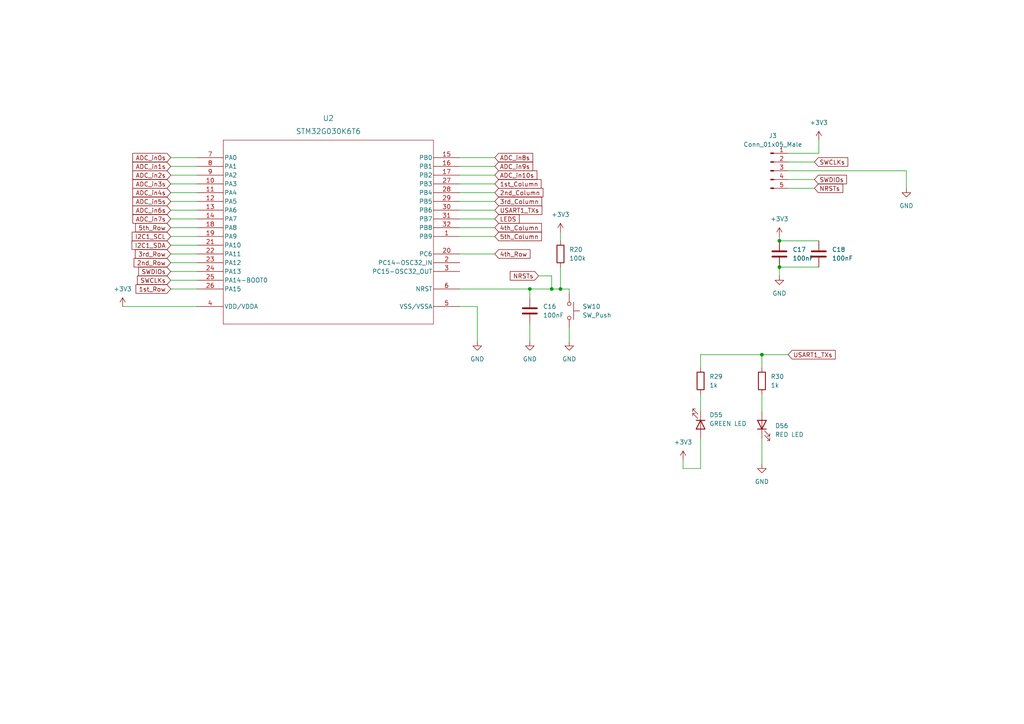
<source format=kicad_sch>
(kicad_sch (version 20211123) (generator eeschema)
  (paper "A4")
  (lib_symbols
    (symbol "2023-04-19_13-34-55:STM32G030K6T6" (pin_names (offset 0.254))
      (property "Reference" "U" (at 38.1 10.16 0))
      (property "Value" "STM32G030K6T6" (at 38.1 7.62 0))
      (symbol "STM32G030K6T6_0_1"
        (polyline (pts (xy 7.62 -48.26) (xy 68.58 -48.26)) (stroke (width 0.127)))
        (polyline (pts (xy 7.62 5.08) (xy 7.62 -48.26)) (stroke (width 0.127)))
        (polyline (pts (xy 68.58 -48.26) (xy 68.58 5.08)) (stroke (width 0.127)))
        (polyline (pts (xy 68.58 5.08) (xy 7.62 5.08)) (stroke (width 0.127)))
        (pin bidirectional line (at 76.2 -22.86 180) (length 7.62) (name "PB9") (number "1"))
        (pin bidirectional line (at 0 -7.62 0) (length 7.62) (name "PA3") (number "10"))
        (pin bidirectional line (at 0 -10.16 0) (length 7.62) (name "PA4") (number "11"))
        (pin bidirectional line (at 0 -12.7 0) (length 7.62) (name "PA5") (number "12"))
        (pin bidirectional line (at 0 -15.24 0) (length 7.62) (name "PA6") (number "13"))
        (pin bidirectional line (at 0 -17.78 0) (length 7.62) (name "PA7") (number "14"))
        (pin bidirectional line (at 76.2 0 180) (length 7.62) (name "PB0") (number "15"))
        (pin bidirectional line (at 76.2 -2.54 180) (length 7.62) (name "PB1") (number "16"))
        (pin bidirectional line (at 76.2 -5.08 180) (length 7.62) (name "PB2") (number "17"))
        (pin bidirectional line (at 0 -20.32 0) (length 7.62) (name "PA8") (number "18"))
        (pin bidirectional line (at 0 -22.86 0) (length 7.62) (name "PA9") (number "19"))
        (pin bidirectional line (at 76.2 -30.48 180) (length 7.62) (name "PC14-OSC32_IN") (number "2"))
        (pin bidirectional line (at 76.2 -27.94 180) (length 7.62) (name "PC6") (number "20"))
        (pin bidirectional line (at 0 -25.4 0) (length 7.62) (name "PA10") (number "21"))
        (pin bidirectional line (at 0 -27.94 0) (length 7.62) (name "PA11") (number "22"))
        (pin bidirectional line (at 0 -30.48 0) (length 7.62) (name "PA12") (number "23"))
        (pin bidirectional line (at 0 -33.02 0) (length 7.62) (name "PA13") (number "24"))
        (pin bidirectional line (at 0 -35.56 0) (length 7.62) (name "PA14-BOOT0") (number "25"))
        (pin bidirectional line (at 0 -38.1 0) (length 7.62) (name "PA15") (number "26"))
        (pin bidirectional line (at 76.2 -7.62 180) (length 7.62) (name "PB3") (number "27"))
        (pin bidirectional line (at 76.2 -10.16 180) (length 7.62) (name "PB4") (number "28"))
        (pin bidirectional line (at 76.2 -12.7 180) (length 7.62) (name "PB5") (number "29"))
        (pin bidirectional line (at 76.2 -33.02 180) (length 7.62) (name "PC15-OSC32_OUT") (number "3"))
        (pin bidirectional line (at 76.2 -15.24 180) (length 7.62) (name "PB6") (number "30"))
        (pin bidirectional line (at 76.2 -17.78 180) (length 7.62) (name "PB7") (number "31"))
        (pin bidirectional line (at 76.2 -20.32 180) (length 7.62) (name "PB8") (number "32"))
        (pin power_in line (at 0 -43.18 0) (length 7.62) (name "VDD/VDDA") (number "4"))
        (pin power_in line (at 76.2 -43.18 180) (length 7.62) (name "VSS/VSSA") (number "5"))
        (pin bidirectional line (at 76.2 -38.1 180) (length 7.62) (name "NRST") (number "6"))
        (pin bidirectional line (at 0 0 0) (length 7.62) (name "PA0") (number "7"))
        (pin bidirectional line (at 0 -2.54 0) (length 7.62) (name "PA1") (number "8"))
        (pin bidirectional line (at 0 -5.08 0) (length 7.62) (name "PA2") (number "9"))
      )
    )
    (symbol "Connector:Conn_01x05_Male" (pin_names (offset 1.016) hide)
      (property "Reference" "J" (at 0 7.62 0))
      (property "Value" "Conn_01x05_Male" (at 0 -7.62 0))
      (symbol "Conn_01x05_Male_1_1"
        (polyline (pts (xy 1.27 -5.08) (xy 0.8636 -5.08)) (stroke (width 0.1524)))
        (polyline (pts (xy 1.27 -2.54) (xy 0.8636 -2.54)) (stroke (width 0.1524)))
        (polyline (pts (xy 1.27 0) (xy 0.8636 0)) (stroke (width 0.1524)))
        (polyline (pts (xy 1.27 2.54) (xy 0.8636 2.54)) (stroke (width 0.1524)))
        (polyline (pts (xy 1.27 5.08) (xy 0.8636 5.08)) (stroke (width 0.1524)))
        (rectangle (start 0.8636 -4.953) (end 0 -5.207) (stroke (width 0.1524)) (fill (type outline)))
        (rectangle (start 0.8636 -2.413) (end 0 -2.667) (stroke (width 0.1524)) (fill (type outline)))
        (rectangle (start 0.8636 0.127) (end 0 -0.127) (stroke (width 0.1524)) (fill (type outline)))
        (rectangle (start 0.8636 2.667) (end 0 2.413) (stroke (width 0.1524)) (fill (type outline)))
        (rectangle (start 0.8636 5.207) (end 0 4.953) (stroke (width 0.1524)) (fill (type outline)))
        (pin passive line (at 5.08 5.08 180) (length 3.81) (name "Pin_1") (number "1"))
        (pin passive line (at 5.08 2.54 180) (length 3.81) (name "Pin_2") (number "2"))
        (pin passive line (at 5.08 0 180) (length 3.81) (name "Pin_3") (number "3"))
        (pin passive line (at 5.08 -2.54 180) (length 3.81) (name "Pin_4") (number "4"))
        (pin passive line (at 5.08 -5.08 180) (length 3.81) (name "Pin_5") (number "5"))
      )
    )
    (symbol "Device:C" (pin_numbers hide) (pin_names (offset 0.254))
      (property "Reference" "C" (at 0.635 2.54 0))
      (property "Value" "C" (at 0.635 -2.54 0))
      (symbol "C_0_1"
        (polyline (pts (xy -2.032 -0.762) (xy 2.032 -0.762)) (stroke (width 0.508)))
        (polyline (pts (xy -2.032 0.762) (xy 2.032 0.762)) (stroke (width 0.508)))
      )
      (symbol "C_1_1"
        (pin passive line (at 0 3.81 270) (length 2.794) (name "~") (number "1"))
        (pin passive line (at 0 -3.81 90) (length 2.794) (name "~") (number "2"))
      )
    )
    (symbol "Device:LED" (pin_numbers hide) (pin_names (offset 1.016) hide)
      (property "Reference" "D" (at 0 2.54 0))
      (property "Value" "LED" (at 0 -2.54 0))
      (symbol "LED_0_1"
        (polyline (pts (xy -1.27 -1.27) (xy -1.27 1.27)) (stroke (width 0.254)))
        (polyline (pts (xy -1.27 0) (xy 1.27 0)))
        (polyline (pts (xy 1.27 -1.27) (xy 1.27 1.27) (xy -1.27 0) (xy 1.27 -1.27)) (stroke (width 0.254)))
        (polyline (pts (xy -3.048 -0.762) (xy -4.572 -2.286) (xy -3.81 -2.286) (xy -4.572 -2.286) (xy -4.572 -1.524)))
        (polyline (pts (xy -1.778 -0.762) (xy -3.302 -2.286) (xy -2.54 -2.286) (xy -3.302 -2.286) (xy -3.302 -1.524)))
      )
      (symbol "LED_1_1"
        (pin passive line (at -3.81 0 0) (length 2.54) (name "K") (number "1"))
        (pin passive line (at 3.81 0 180) (length 2.54) (name "A") (number "2"))
      )
    )
    (symbol "Device:R" (pin_numbers hide) (pin_names (offset 0))
      (property "Reference" "R" (at 2.032 0 90))
      (property "Value" "R" (at 0 0 90))
      (symbol "R_0_1"
        (rectangle (start -1.016 -2.54) (end 1.016 2.54) (stroke (width 0.254)))
      )
      (symbol "R_1_1"
        (pin passive line (at 0 3.81 270) (length 1.27) (name "~") (number "1"))
        (pin passive line (at 0 -3.81 90) (length 1.27) (name "~") (number "2"))
      )
    )
    (symbol "Switch:SW_Push" (pin_numbers hide) (pin_names (offset 1.016) hide)
      (property "Reference" "SW" (at 1.27 2.54 0))
      (property "Value" "SW_Push" (at 0 -1.524 0))
      (symbol "SW_Push_0_1"
        (circle (center -2.032 0) (radius 0.508))
        (polyline (pts (xy 0 1.27) (xy 0 3.048)))
        (polyline (pts (xy 2.54 1.27) (xy -2.54 1.27)))
        (circle (center 2.032 0) (radius 0.508))
        (pin passive line (at -5.08 0 0) (length 2.54) (name "1") (number "1"))
        (pin passive line (at 5.08 0 180) (length 2.54) (name "2") (number "2"))
      )
    )
    (symbol "power:+3.3V" (power) (pin_names (offset 0))
      (property "Value" "+3.3V" (at 0 3.556 0))
      (symbol "+3.3V_0_1"
        (polyline (pts (xy -0.762 1.27) (xy 0 2.54)))
        (polyline (pts (xy 0 0) (xy 0 2.54)))
        (polyline (pts (xy 0 2.54) (xy 0.762 1.27)))
      )
      (symbol "+3.3V_1_1"
        (pin power_in line (at 0 0 90) (length 0) hide (name "+3V3") (number "1"))
      )
    )
    (symbol "power:GND" (power) (pin_names (offset 0))
      (property "Value" "GND" (at 0 -3.81 0))
      (symbol "GND_0_1"
        (polyline (pts (xy 0 0) (xy 0 -1.27) (xy 1.27 -1.27) (xy 0 -2.54) (xy -1.27 -1.27) (xy 0 -1.27)))
      )
      (symbol "GND_1_1"
        (pin power_in line (at 0 0 270) (length 0) hide (name "GND") (number "1"))
      )
    )
  )
  (junction (at 162.56 83.82))
  (junction (at 220.98 102.87))
  (junction (at 226.06 69.85))
  (junction (at 226.06 77.47))
  (junction (at 160.02 83.82))
  (junction (at 153.67 83.82))
  (wire (pts (xy 228.6 54.61) (xy 236.22 54.61)))
  (wire (pts (xy 49.53 66.04) (xy 57.15 66.04)))
  (wire (pts (xy 49.53 48.26) (xy 57.15 48.26)))
  (wire (pts (xy 133.35 45.72) (xy 143.51 45.72)))
  (wire (pts (xy 35.56 88.9) (xy 57.15 88.9)))
  (wire (pts (xy 133.35 73.66) (xy 143.51 73.66)))
  (wire (pts (xy 226.06 77.47) (xy 226.06 80.01)))
  (wire (pts (xy 49.53 58.42) (xy 57.15 58.42)))
  (wire (pts (xy 49.53 50.8) (xy 57.15 50.8)))
  (wire (pts (xy 228.6 44.45) (xy 237.49 44.45)))
  (wire (pts (xy 160.02 83.82) (xy 153.67 83.82)))
  (wire (pts (xy 133.35 83.82) (xy 153.67 83.82)))
  (wire (pts (xy 133.35 48.26) (xy 143.51 48.26)))
  (wire (pts (xy 198.12 135.89) (xy 203.2 135.89)))
  (wire (pts (xy 165.1 85.09) (xy 165.1 83.82)))
  (wire (pts (xy 49.53 83.82) (xy 57.15 83.82)))
  (wire (pts (xy 49.53 55.88) (xy 57.15 55.88)))
  (wire (pts (xy 133.35 53.34) (xy 143.51 53.34)))
  (wire (pts (xy 49.53 60.96) (xy 57.15 60.96)))
  (wire (pts (xy 203.2 135.89) (xy 203.2 127)))
  (wire (pts (xy 133.35 58.42) (xy 143.51 58.42)))
  (wire (pts (xy 138.43 88.9) (xy 138.43 99.06)))
  (wire (pts (xy 198.12 133.35) (xy 198.12 135.89)))
  (wire (pts (xy 237.49 44.45) (xy 237.49 40.64)))
  (wire (pts (xy 165.1 83.82) (xy 162.56 83.82)))
  (wire (pts (xy 162.56 67.31) (xy 162.56 69.85)))
  (wire (pts (xy 49.53 68.58) (xy 57.15 68.58)))
  (wire (pts (xy 262.89 54.61) (xy 262.89 49.53)))
  (wire (pts (xy 133.35 55.88) (xy 143.51 55.88)))
  (wire (pts (xy 49.53 76.2) (xy 57.15 76.2)))
  (wire (pts (xy 133.35 66.04) (xy 143.51 66.04)))
  (wire (pts (xy 220.98 127) (xy 220.98 134.62)))
  (wire (pts (xy 133.35 63.5) (xy 143.51 63.5)))
  (wire (pts (xy 228.6 102.87) (xy 220.98 102.87)))
  (wire (pts (xy 203.2 102.87) (xy 203.2 106.68)))
  (wire (pts (xy 133.35 60.96) (xy 143.51 60.96)))
  (wire (pts (xy 228.6 46.99) (xy 236.22 46.99)))
  (wire (pts (xy 165.1 95.25) (xy 165.1 99.06)))
  (wire (pts (xy 49.53 63.5) (xy 57.15 63.5)))
  (wire (pts (xy 49.53 81.28) (xy 57.15 81.28)))
  (wire (pts (xy 162.56 83.82) (xy 160.02 83.82)))
  (wire (pts (xy 228.6 49.53) (xy 262.89 49.53)))
  (wire (pts (xy 226.06 69.85) (xy 237.49 69.85)))
  (wire (pts (xy 49.53 45.72) (xy 57.15 45.72)))
  (wire (pts (xy 226.06 69.85) (xy 226.06 68.58)))
  (wire (pts (xy 220.98 102.87) (xy 220.98 106.68)))
  (wire (pts (xy 49.53 73.66) (xy 57.15 73.66)))
  (wire (pts (xy 156.21 80.01) (xy 160.02 80.01)))
  (wire (pts (xy 162.56 77.47) (xy 162.56 83.82)))
  (wire (pts (xy 49.53 78.74) (xy 57.15 78.74)))
  (wire (pts (xy 133.35 68.58) (xy 143.51 68.58)))
  (wire (pts (xy 228.6 52.07) (xy 236.22 52.07)))
  (wire (pts (xy 49.53 71.12) (xy 57.15 71.12)))
  (wire (pts (xy 226.06 77.47) (xy 237.49 77.47)))
  (wire (pts (xy 49.53 53.34) (xy 57.15 53.34)))
  (wire (pts (xy 220.98 114.3) (xy 220.98 119.38)))
  (wire (pts (xy 133.35 88.9) (xy 138.43 88.9)))
  (wire (pts (xy 203.2 114.3) (xy 203.2 119.38)))
  (wire (pts (xy 220.98 102.87) (xy 203.2 102.87)))
  (wire (pts (xy 153.67 86.36) (xy 153.67 83.82)))
  (wire (pts (xy 160.02 80.01) (xy 160.02 83.82)))
  (wire (pts (xy 153.67 93.98) (xy 153.67 99.06)))
  (wire (pts (xy 133.35 50.8) (xy 143.51 50.8)))
  (global_label "I2C1_SDA" (shape input) (at 49.53 71.12 180) (property "Intersheet References" "${INTERSHEET_REFS}" (effects hide)))
  (global_label "5th_Column" (shape input) (at 143.51 68.58 0) (property "Intersheet References" "${INTERSHEET_REFS}" (effects hide)))
  (global_label "SWDIOs" (shape input) (at 236.22 52.07 0) (property "Intersheet References" "${INTERSHEET_REFS}" (effects hide)))
  (global_label "NRSTs" (shape input) (at 156.21 80.01 180) (property "Intersheet References" "${INTERSHEET_REFS}" (effects hide)))
  (global_label "ADC_in2s" (shape input) (at 49.53 50.8 180) (property "Intersheet References" "${INTERSHEET_REFS}" (effects hide)))
  (global_label "1st_Row" (shape input) (at 49.53 83.82 180) (property "Intersheet References" "${INTERSHEET_REFS}" (effects hide)))
  (global_label "ADC_in1s" (shape input) (at 49.53 48.26 180) (property "Intersheet References" "${INTERSHEET_REFS}" (effects hide)))
  (global_label "SWDIOs" (shape input) (at 49.53 78.74 180) (property "Intersheet References" "${INTERSHEET_REFS}" (effects hide)))
  (global_label "3rd_Row" (shape input) (at 49.53 73.66 180) (property "Intersheet References" "${INTERSHEET_REFS}" (effects hide)))
  (global_label "NRSTs" (shape input) (at 236.22 54.61 0) (property "Intersheet References" "${INTERSHEET_REFS}" (effects hide)))
  (global_label "SWCLKs" (shape input) (at 236.22 46.99 0) (property "Intersheet References" "${INTERSHEET_REFS}" (effects hide)))
  (global_label "ADC_in10s" (shape input) (at 143.51 50.8 0) (property "Intersheet References" "${INTERSHEET_REFS}" (effects hide)))
  (global_label "ADC_in6s" (shape input) (at 49.53 60.96 180) (property "Intersheet References" "${INTERSHEET_REFS}" (effects hide)))
  (global_label "USART1_TXs" (shape input) (at 143.51 60.96 0) (property "Intersheet References" "${INTERSHEET_REFS}" (effects hide)))
  (global_label "1st_Column" (shape input) (at 143.51 53.34 0) (property "Intersheet References" "${INTERSHEET_REFS}" (effects hide)))
  (global_label "2nd_Column" (shape input) (at 143.51 55.88 0) (property "Intersheet References" "${INTERSHEET_REFS}" (effects hide)))
  (global_label "5th_Row" (shape input) (at 49.53 66.04 180) (property "Intersheet References" "${INTERSHEET_REFS}" (effects hide)))
  (global_label "ADC_in4s" (shape input) (at 49.53 55.88 180) (property "Intersheet References" "${INTERSHEET_REFS}" (effects hide)))
  (global_label "ADC_in3s" (shape input) (at 49.53 53.34 180) (property "Intersheet References" "${INTERSHEET_REFS}" (effects hide)))
  (global_label "4th_Row" (shape input) (at 143.51 73.66 0) (property "Intersheet References" "${INTERSHEET_REFS}" (effects hide)))
  (global_label "USART1_TXs" (shape input) (at 228.6 102.87 0) (property "Intersheet References" "${INTERSHEET_REFS}" (effects hide)))
  (global_label "3rd_Column" (shape input) (at 143.51 58.42 0) (property "Intersheet References" "${INTERSHEET_REFS}" (effects hide)))
  (global_label "ADC_in9s" (shape input) (at 143.51 48.26 0) (property "Intersheet References" "${INTERSHEET_REFS}" (effects hide)))
  (global_label "ADC_in7s" (shape input) (at 49.53 63.5 180) (property "Intersheet References" "${INTERSHEET_REFS}" (effects hide)))
  (global_label "ADC_in5s" (shape input) (at 49.53 58.42 180) (property "Intersheet References" "${INTERSHEET_REFS}" (effects hide)))
  (global_label "ADC_in0s" (shape input) (at 49.53 45.72 180) (property "Intersheet References" "${INTERSHEET_REFS}" (effects hide)))
  (global_label "4th_Column" (shape input) (at 143.51 66.04 0) (property "Intersheet References" "${INTERSHEET_REFS}" (effects hide)))
  (global_label "2nd_Row" (shape input) (at 49.53 76.2 180) (property "Intersheet References" "${INTERSHEET_REFS}" (effects hide)))
  (global_label "ADC_in8s" (shape input) (at 143.51 45.72 0) (property "Intersheet References" "${INTERSHEET_REFS}" (effects hide)))
  (global_label "SWCLKs" (shape input) (at 49.53 81.28 180) (property "Intersheet References" "${INTERSHEET_REFS}" (effects hide)))
  (global_label "I2C1_SCL" (shape input) (at 49.53 68.58 180) (property "Intersheet References" "${INTERSHEET_REFS}" (effects hide)))
  (global_label "LEDS" (shape input) (at 143.51 63.5 0) (property "Intersheet References" "${INTERSHEET_REFS}" (effects hide)))
  (symbol (lib_id "power:GND") (at 165.1 99.06 0) (unit 1)
    (property "Reference" "#PWR0151" (effects hide))
    (property "Value" "GND" (at 165.1 104.14 0))
  )
  (symbol (lib_id "power:+3.3V") (at 226.06 68.58 0) (unit 1)
    (property "Reference" "#PWR09" (effects hide))
    (property "Value" "+3.3V" (at 226.06 63.5 0))
  )
  (symbol (lib_id "power:+3.3V") (at 198.12 133.35 0) (unit 1)
    (property "Reference" "#PWR024" (effects hide))
    (property "Value" "+3.3V" (at 198.12 128.27 0))
  )
  (symbol (lib_id "Device:LED") (at 220.98 123.19 90) (unit 1)
    (property "Reference" "D56" (at 224.79 123.5074 90) (effects (justify right)))
    (property "Value" "RED LED" (at 224.79 126.0474 90) (effects (justify right)))
    (property "Footprint" "LED_SMD:LED_0805_2012Metric_Pad1.15x1.40mm_HandSolder" (effects hide))
  )
  (symbol (lib_id "Device:R") (at 220.98 110.49 0) (unit 1)
    (property "Reference" "R30" (at 223.52 109.2199 0) (effects (justify left)))
    (property "Value" "1k" (at 223.52 111.7599 0) (effects (justify left)))
    (property "Footprint" "Resistor_SMD:R_0805_2012Metric_Pad1.20x1.40mm_HandSolder" (effects hide))
  )
  (symbol (lib_id "power:+3.3V") (at 162.56 67.31 0) (unit 1)
    (property "Reference" "#PWR08" (effects hide))
    (property "Value" "+3.3V" (at 162.56 62.23 0))
  )
  (symbol (lib_id "Connector:Conn_01x05_Male") (at 223.52 49.53 0) (unit 1)
    (property "Reference" "J3" (at 224.155 39.37 0))
    (property "Value" "Conn_01x05_Male" (at 224.155 41.91 0))
    (property "Footprint" "Connector_PinSocket_2.54mm:PinSocket_1x05_P2.54mm_Horizontal" (effects hide))
  )
  (symbol (lib_id "power:GND") (at 220.98 134.62 0) (unit 1)
    (property "Reference" "#PWR025" (effects hide))
    (property "Value" "GND" (at 220.98 139.7 0))
  )
  (symbol (lib_id "Device:R") (at 203.2 110.49 0) (unit 1)
    (property "Reference" "R29" (at 205.74 109.2199 0) (effects (justify left)))
    (property "Value" "1k" (at 205.74 111.7599 0) (effects (justify left)))
    (property "Footprint" "Resistor_SMD:R_0805_2012Metric_Pad1.20x1.40mm_HandSolder" (effects hide))
  )
  (symbol (lib_id "Device:C") (at 226.06 73.66 0) (unit 1)
    (property "Reference" "C17" (at 229.87 72.3899 0) (effects (justify left)))
    (property "Value" "100nF" (at 229.87 74.9299 0) (effects (justify left)))
    (property "Footprint" "Capacitor_SMD:C_0805_2012Metric_Pad1.18x1.45mm_HandSolder" (effects hide))
  )
  (symbol (lib_id "Switch:SW_Push") (at 165.1 90.17 270) (unit 1)
    (property "Reference" "SW10" (at 168.91 88.8999 90) (effects (justify left)))
    (property "Value" "SW_Push" (at 168.91 91.4399 90) (effects (justify left)))
    (property "Footprint" "tactile_button:ROCPU Switches TP10721645" (effects hide))
  )
  (symbol (lib_id "power:GND") (at 153.67 99.06 0) (unit 1)
    (property "Reference" "#PWR0149" (effects hide))
    (property "Value" "GND" (at 153.67 104.14 0))
  )
  (symbol (lib_id "power:GND") (at 226.06 80.01 0) (unit 1)
    (property "Reference" "#PWR010" (effects hide))
    (property "Value" "GND" (at 226.06 85.09 0))
  )
  (symbol (lib_id "Device:LED") (at 203.2 123.19 270) (unit 1)
    (property "Reference" "D55" (at 205.74 120.3324 90) (effects (justify left)))
    (property "Value" "GREEN LED" (at 205.74 122.8724 90) (effects (justify left)))
    (property "Footprint" "LED_SMD:LED_0805_2012Metric_Pad1.15x1.40mm_HandSolder" (effects hide))
  )
  (symbol (lib_id "Device:R") (at 162.56 73.66 0) (unit 1)
    (property "Reference" "R20" (at 165.1 72.3899 0) (effects (justify left)))
    (property "Value" "100k" (at 165.1 74.9299 0) (effects (justify left)))
    (property "Footprint" "Resistor_SMD:R_0805_2012Metric_Pad1.20x1.40mm_HandSolder" (effects hide))
  )
  (symbol (lib_id "power:+3.3V") (at 35.56 88.9 0) (unit 1)
    (property "Reference" "#PWR07" (effects hide))
    (property "Value" "+3.3V" (at 35.56 83.82 0))
  )
  (symbol (lib_id "power:+3.3V") (at 237.49 40.64 0) (unit 1)
    (property "Reference" "#PWR011" (effects hide))
    (property "Value" "+3.3V" (at 237.49 35.56 0))
  )
  (symbol (lib_id "Device:C") (at 237.49 73.66 0) (unit 1)
    (property "Reference" "C18" (at 241.3 72.3899 0) (effects (justify left)))
    (property "Value" "100nF" (at 241.3 74.9299 0) (effects (justify left)))
    (property "Footprint" "Capacitor_SMD:C_0805_2012Metric_Pad1.18x1.45mm_HandSolder" (effects hide))
  )
  (symbol (lib_id "Device:C") (at 153.67 90.17 0) (unit 1)
    (property "Reference" "C16" (at 157.48 88.8999 0) (effects (justify left)))
    (property "Value" "100nF" (at 157.48 91.4399 0) (effects (justify left)))
    (property "Footprint" "Capacitor_SMD:C_0805_2012Metric_Pad1.18x1.45mm_HandSolder" (effects hide))
  )
  (symbol (lib_id "power:GND") (at 138.43 99.06 0) (unit 1)
    (property "Reference" "#PWR0150" (effects hide))
    (property "Value" "GND" (at 138.43 104.14 0))
  )
  (symbol (lib_id "2023-04-19_13-34-55:STM32G030K6T6") (at 57.15 45.72 0) (unit 1)
    (property "Reference" "U2" (at 95.25 34.29 0) (effects (font (size 1.524 1.524))))
    (property "Value" "STM32G030K6T6" (at 95.25 38.1 0) (effects (font (size 1.524 1.524))))
    (property "Footprint" "footprints:LQFP-32" (effects hide))
    (property "Datasheet" "STM32G030K6T6" (effects hide))
  )
  (symbol (lib_id "power:GND") (at 262.89 54.61 0) (unit 1)
    (property "Reference" "#PWR012" (effects hide))
    (property "Value" "GND" (at 262.89 59.69 0))
  )
)
</source>
